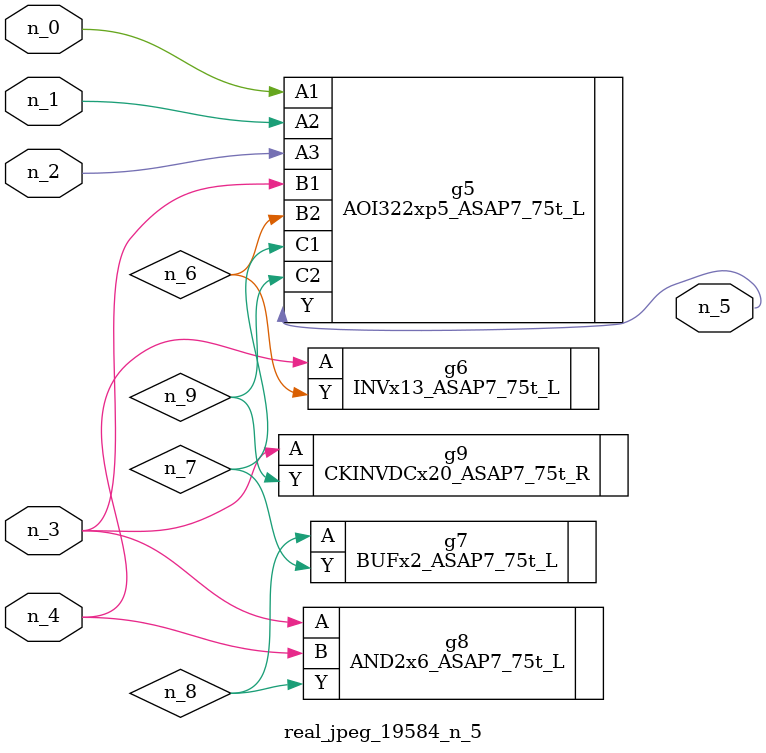
<source format=v>
module real_jpeg_19584_n_5 (n_4, n_0, n_1, n_2, n_3, n_5);

input n_4;
input n_0;
input n_1;
input n_2;
input n_3;

output n_5;

wire n_8;
wire n_6;
wire n_7;
wire n_9;

AOI322xp5_ASAP7_75t_L g5 ( 
.A1(n_0),
.A2(n_1),
.A3(n_2),
.B1(n_3),
.B2(n_6),
.C1(n_7),
.C2(n_9),
.Y(n_5)
);

AND2x6_ASAP7_75t_L g8 ( 
.A(n_3),
.B(n_4),
.Y(n_8)
);

CKINVDCx20_ASAP7_75t_R g9 ( 
.A(n_3),
.Y(n_9)
);

INVx13_ASAP7_75t_L g6 ( 
.A(n_4),
.Y(n_6)
);

BUFx2_ASAP7_75t_L g7 ( 
.A(n_8),
.Y(n_7)
);


endmodule
</source>
